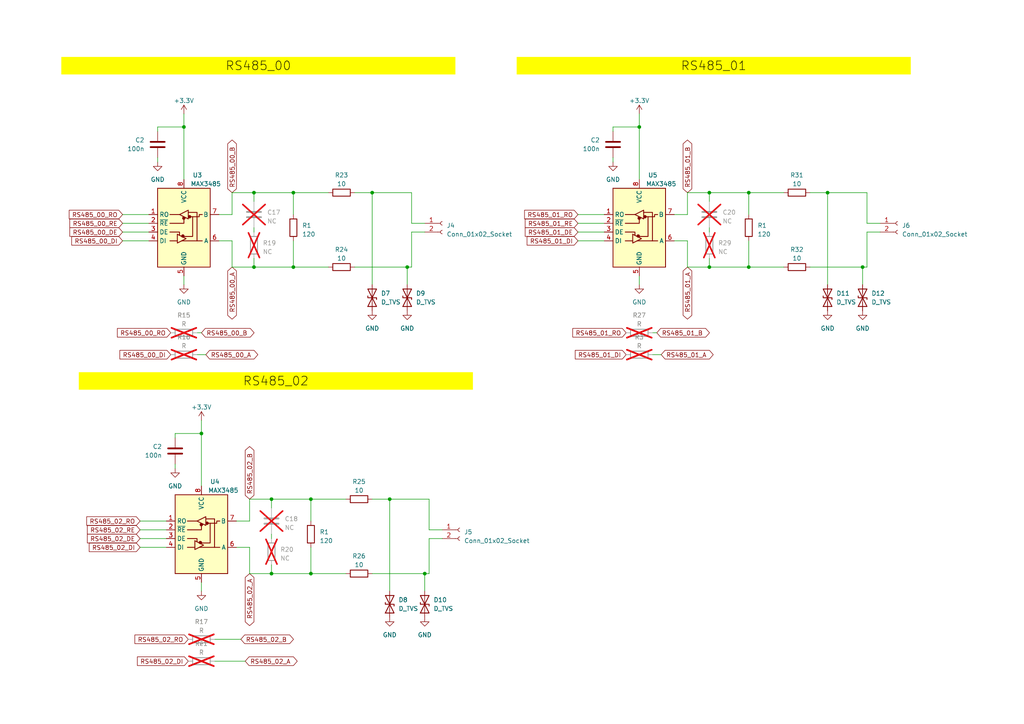
<source format=kicad_sch>
(kicad_sch (version 20231120) (generator "eeschema") (generator_version "8.0")
  (paper "A4")
  (lib_symbols
    (symbol "Connector:Conn_01x02_Socket" (pin_names (offset 1.016) hide)
      (property "Reference" "J" (at 0 2.54 0))
      (property "Value" "Conn_01x02_Socket" (at 0 -5.08 0))
      (symbol "Conn_01x02_Socket_1_1"
        (arc (start 0 -2.032) (mid -0.5058 -2.54) (end 0 -3.048) (stroke (width 0.1524)))
        (polyline (pts (xy -1.27 -2.54) (xy -0.508 -2.54)) (stroke (width 0.1524)))
        (polyline (pts (xy -1.27 0) (xy -0.508 0)) (stroke (width 0.1524)))
        (arc (start 0 0.508) (mid -0.5058 0) (end 0 -0.508) (stroke (width 0.1524)))
        (pin passive line (at -5.08 0 0) (length 3.81) (name "Pin_1") (number "1"))
        (pin passive line (at -5.08 -2.54 0) (length 3.81) (name "Pin_2") (number "2"))
      )
    )
    (symbol "Device:C" (pin_numbers hide) (pin_names (offset 0.254))
      (property "Reference" "C" (at 0.635 2.54 0))
      (property "Value" "C" (at 0.635 -2.54 0))
      (symbol "C_0_1"
        (polyline (pts (xy -2.032 -0.762) (xy 2.032 -0.762)) (stroke (width 0.508)))
        (polyline (pts (xy -2.032 0.762) (xy 2.032 0.762)) (stroke (width 0.508)))
      )
      (symbol "C_1_1"
        (pin passive line (at 0 3.81 270) (length 2.794) (name "~") (number "1"))
        (pin passive line (at 0 -3.81 90) (length 2.794) (name "~") (number "2"))
      )
    )
    (symbol "Device:D_TVS" (pin_numbers hide) (pin_names (offset 1.016) hide)
      (property "Reference" "D" (at 0 2.54 0))
      (property "Value" "D_TVS" (at 0 -2.54 0))
      (symbol "D_TVS_0_1"
        (polyline (pts (xy 1.27 0) (xy -1.27 0)))
        (polyline (pts (xy 0.508 1.27) (xy 0 1.27) (xy 0 -1.27) (xy -0.508 -1.27)) (stroke (width 0.254)))
        (polyline (pts (xy -2.54 1.27) (xy -2.54 -1.27) (xy 2.54 1.27) (xy 2.54 -1.27) (xy -2.54 1.27)) (stroke (width 0.254)))
      )
      (symbol "D_TVS_1_1"
        (pin passive line (at -3.81 0 0) (length 2.54) (name "A1") (number "1"))
        (pin passive line (at 3.81 0 180) (length 2.54) (name "A2") (number "2"))
      )
    )
    (symbol "Device:R" (pin_numbers hide) (pin_names (offset 0))
      (property "Reference" "R" (at 2.032 0 90))
      (property "Value" "R" (at 0 0 90))
      (symbol "R_0_1"
        (rectangle (start -1.016 -2.54) (end 1.016 2.54) (stroke (width 0.254)))
      )
      (symbol "R_1_1"
        (pin passive line (at 0 3.81 270) (length 1.27) (name "~") (number "1"))
        (pin passive line (at 0 -3.81 90) (length 1.27) (name "~") (number "2"))
      )
    )
    (symbol "Interface_UART:MAX3485"
      (property "Reference" "U" (at -6.096 11.43 0))
      (property "Value" "MAX3485" (at 0.762 11.43 0))
      (symbol "MAX3485_0_1"
        (rectangle (start -7.62 10.16) (end 7.62 -12.7) (stroke (width 0.254)) (fill (type background)))
        (circle (center -0.3048 -3.683) (radius 0.3556) (stroke (width 0.254)) (fill (type outline)))
        (circle (center -0.0254 1.4986) (radius 0.3556) (stroke (width 0.254)) (fill (type outline)))
        (polyline (pts (xy -4.064 -5.08) (xy -1.905 -5.08)) (stroke (width 0.254)))
        (polyline (pts (xy -4.064 2.54) (xy -1.27 2.54)) (stroke (width 0.254)))
        (polyline (pts (xy -1.27 -3.2004) (xy -1.27 -3.4544)) (stroke (width 0.254)))
        (polyline (pts (xy -0.635 -5.08) (xy 5.334 -5.08)) (stroke (width 0.254)))
        (polyline (pts (xy -4.064 -2.54) (xy -1.27 -2.54) (xy -1.27 -3.175)) (stroke (width 0.254)))
        (polyline (pts (xy 0 1.27) (xy 0 0) (xy -4.064 0)) (stroke (width 0.254)))
        (polyline (pts (xy 1.27 3.175) (xy 3.81 3.175) (xy 3.81 -5.08)) (stroke (width 0.254)))
        (polyline (pts (xy 2.54 1.905) (xy 2.54 -3.81) (xy 0 -3.81)) (stroke (width 0.254)))
        (polyline (pts (xy -1.905 -3.175) (xy -1.905 -5.715) (xy 0.635 -4.445) (xy -1.905 -3.175)) (stroke (width 0.254)))
        (polyline (pts (xy -1.27 2.54) (xy 1.27 3.81) (xy 1.27 1.27) (xy -1.27 2.54)) (stroke (width 0.254)))
        (polyline (pts (xy 1.905 1.905) (xy 4.445 1.905) (xy 4.445 2.54) (xy 5.334 2.54)) (stroke (width 0.254)))
        (rectangle (start 1.27 3.175) (end 1.27 3.175))
        (circle (center 1.651 1.905) (radius 0.3556) (stroke (width 0.254)) (fill (type outline)))
      )
      (symbol "MAX3485_1_1"
        (pin output line (at -10.16 2.54 0) (length 2.54) (name "RO") (number "1"))
        (pin input line (at -10.16 0 0) (length 2.54) (name "~{RE}") (number "2"))
        (pin input line (at -10.16 -2.54 0) (length 2.54) (name "DE") (number "3"))
        (pin input line (at -10.16 -5.08 0) (length 2.54) (name "DI") (number "4"))
        (pin power_in line (at 0 -15.24 90) (length 2.54) (name "GND") (number "5"))
        (pin bidirectional line (at 10.16 -5.08 180) (length 2.54) (name "A") (number "6"))
        (pin bidirectional line (at 10.16 2.54 180) (length 2.54) (name "B") (number "7"))
        (pin power_in line (at 0 12.7 270) (length 2.54) (name "VCC") (number "8"))
      )
    )
    (symbol "power:+3.3V" (power) (pin_names (offset 0))
      (property "Value" "+3.3V" (at 0 3.556 0))
      (symbol "+3.3V_0_1"
        (polyline (pts (xy -0.762 1.27) (xy 0 2.54)))
        (polyline (pts (xy 0 0) (xy 0 2.54)))
        (polyline (pts (xy 0 2.54) (xy 0.762 1.27)))
      )
      (symbol "+3.3V_1_1"
        (pin power_in line (at 0 0 90) (length 0) hide (name "+3.3V") (number "1"))
      )
    )
    (symbol "power:GND" (power) (pin_names (offset 0))
      (property "Value" "GND" (at 0 -3.81 0))
      (symbol "GND_0_1"
        (polyline (pts (xy 0 0) (xy 0 -1.27) (xy 1.27 -1.27) (xy 0 -2.54) (xy -1.27 -1.27) (xy 0 -1.27)))
      )
      (symbol "GND_1_1"
        (pin power_in line (at 0 0 270) (length 0) hide (name "GND") (number "1"))
      )
    )
  )
  (junction (at 185.42 36.83))
  (junction (at 85.09 55.88))
  (junction (at 217.17 55.88))
  (junction (at 113.03 144.78))
  (junction (at 205.74 77.47))
  (junction (at 90.17 144.78))
  (junction (at 205.74 55.88))
  (junction (at 90.17 166.37))
  (junction (at 250.19 77.47))
  (junction (at 58.42 125.73))
  (junction (at 240.03 55.88))
  (junction (at 217.17 77.47))
  (junction (at 73.66 55.88))
  (junction (at 85.09 77.47))
  (junction (at 107.95 55.88))
  (junction (at 78.74 144.78))
  (junction (at 53.34 36.83))
  (junction (at 78.74 166.37))
  (junction (at 123.19 166.37))
  (junction (at 73.66 77.47))
  (junction (at 118.11 77.47))
  (wire (pts (xy 190.5 96.52) (xy 189.23 96.52)))
  (wire (pts (xy 62.23 191.77) (xy 71.12 191.77)))
  (wire (pts (xy 58.42 125.73) (xy 50.8 125.73)))
  (wire (pts (xy 217.17 77.47) (xy 227.33 77.47)))
  (wire (pts (xy 251.46 77.47) (xy 250.19 77.47)))
  (wire (pts (xy 119.38 77.47) (xy 118.11 77.47)))
  (wire (pts (xy 35.56 64.77) (xy 43.18 64.77)))
  (wire (pts (xy 124.46 156.21) (xy 124.46 166.37)))
  (wire (pts (xy 73.66 74.93) (xy 73.66 77.47)))
  (wire (pts (xy 58.42 168.91) (xy 58.42 171.45)))
  (wire (pts (xy 185.42 36.83) (xy 185.42 52.07)))
  (wire (pts (xy 72.39 151.13) (xy 72.39 144.78)))
  (wire (pts (xy 217.17 55.88) (xy 227.33 55.88)))
  (wire (pts (xy 68.58 158.75) (xy 72.39 158.75)))
  (wire (pts (xy 167.64 62.23) (xy 175.26 62.23)))
  (wire (pts (xy 195.58 62.23) (xy 199.39 62.23)))
  (wire (pts (xy 58.42 125.73) (xy 58.42 140.97)))
  (wire (pts (xy 50.8 134.62) (xy 50.8 135.89)))
  (wire (pts (xy 40.64 151.13) (xy 48.26 151.13)))
  (wire (pts (xy 63.5 69.85) (xy 67.31 69.85)))
  (wire (pts (xy 53.34 33.02) (xy 53.34 36.83)))
  (wire (pts (xy 205.74 55.88) (xy 205.74 58.42)))
  (wire (pts (xy 62.23 185.42) (xy 69.85 185.42)))
  (wire (pts (xy 119.38 67.31) (xy 119.38 77.47)))
  (wire (pts (xy 217.17 55.88) (xy 217.17 62.23)))
  (wire (pts (xy 50.8 127) (xy 50.8 125.73)))
  (wire (pts (xy 53.34 36.83) (xy 45.72 36.83)))
  (wire (pts (xy 199.39 77.47) (xy 205.74 77.47)))
  (wire (pts (xy 53.34 80.01) (xy 53.34 82.55)))
  (wire (pts (xy 118.11 77.47) (xy 118.11 82.55)))
  (wire (pts (xy 177.8 38.1) (xy 177.8 36.83)))
  (wire (pts (xy 177.8 45.72) (xy 177.8 46.99)))
  (wire (pts (xy 58.42 96.52) (xy 57.15 96.52)))
  (wire (pts (xy 78.74 154.94) (xy 78.74 156.21)))
  (wire (pts (xy 85.09 77.47) (xy 95.25 77.47)))
  (wire (pts (xy 123.19 166.37) (xy 107.95 166.37)))
  (wire (pts (xy 128.27 156.21) (xy 124.46 156.21)))
  (wire (pts (xy 113.03 144.78) (xy 124.46 144.78)))
  (wire (pts (xy 58.42 121.92) (xy 58.42 125.73)))
  (wire (pts (xy 78.74 144.78) (xy 78.74 147.32)))
  (wire (pts (xy 67.31 69.85) (xy 67.31 77.47)))
  (wire (pts (xy 123.19 67.31) (xy 119.38 67.31)))
  (wire (pts (xy 53.34 36.83) (xy 53.34 52.07)))
  (wire (pts (xy 78.74 166.37) (xy 90.17 166.37)))
  (wire (pts (xy 123.19 166.37) (xy 123.19 171.45)))
  (wire (pts (xy 199.39 55.88) (xy 205.74 55.88)))
  (wire (pts (xy 90.17 166.37) (xy 100.33 166.37)))
  (wire (pts (xy 123.19 64.77) (xy 119.38 64.77)))
  (wire (pts (xy 57.15 102.87) (xy 59.69 102.87)))
  (wire (pts (xy 45.72 38.1) (xy 45.72 36.83)))
  (wire (pts (xy 67.31 77.47) (xy 73.66 77.47)))
  (wire (pts (xy 240.03 55.88) (xy 251.46 55.88)))
  (wire (pts (xy 167.64 67.31) (xy 175.26 67.31)))
  (wire (pts (xy 250.19 77.47) (xy 234.95 77.47)))
  (wire (pts (xy 73.66 55.88) (xy 85.09 55.88)))
  (wire (pts (xy 205.74 77.47) (xy 217.17 77.47)))
  (wire (pts (xy 234.95 55.88) (xy 240.03 55.88)))
  (wire (pts (xy 85.09 55.88) (xy 85.09 62.23)))
  (wire (pts (xy 255.27 67.31) (xy 251.46 67.31)))
  (wire (pts (xy 124.46 153.67) (xy 124.46 144.78)))
  (wire (pts (xy 63.5 62.23) (xy 67.31 62.23)))
  (wire (pts (xy 199.39 69.85) (xy 199.39 77.47)))
  (wire (pts (xy 119.38 64.77) (xy 119.38 55.88)))
  (wire (pts (xy 68.58 151.13) (xy 72.39 151.13)))
  (wire (pts (xy 250.19 77.47) (xy 250.19 82.55)))
  (wire (pts (xy 205.74 55.88) (xy 217.17 55.88)))
  (wire (pts (xy 67.31 55.88) (xy 73.66 55.88)))
  (wire (pts (xy 251.46 67.31) (xy 251.46 77.47)))
  (wire (pts (xy 78.74 144.78) (xy 90.17 144.78)))
  (wire (pts (xy 199.39 62.23) (xy 199.39 55.88)))
  (wire (pts (xy 90.17 144.78) (xy 90.17 151.13)))
  (wire (pts (xy 217.17 69.85) (xy 217.17 77.47)))
  (wire (pts (xy 240.03 55.88) (xy 240.03 82.55)))
  (wire (pts (xy 85.09 55.88) (xy 95.25 55.88)))
  (wire (pts (xy 40.64 153.67) (xy 48.26 153.67)))
  (wire (pts (xy 72.39 158.75) (xy 72.39 166.37)))
  (wire (pts (xy 40.64 156.21) (xy 48.26 156.21)))
  (wire (pts (xy 255.27 64.77) (xy 251.46 64.77)))
  (wire (pts (xy 185.42 80.01) (xy 185.42 82.55)))
  (wire (pts (xy 35.56 67.31) (xy 43.18 67.31)))
  (wire (pts (xy 205.74 74.93) (xy 205.74 77.47)))
  (wire (pts (xy 205.74 66.04) (xy 205.74 67.31)))
  (wire (pts (xy 40.64 158.75) (xy 48.26 158.75)))
  (wire (pts (xy 35.56 62.23) (xy 43.18 62.23)))
  (wire (pts (xy 35.56 69.85) (xy 43.18 69.85)))
  (wire (pts (xy 90.17 158.75) (xy 90.17 166.37)))
  (wire (pts (xy 72.39 144.78) (xy 78.74 144.78)))
  (wire (pts (xy 85.09 69.85) (xy 85.09 77.47)))
  (wire (pts (xy 124.46 166.37) (xy 123.19 166.37)))
  (wire (pts (xy 185.42 36.83) (xy 177.8 36.83)))
  (wire (pts (xy 107.95 144.78) (xy 113.03 144.78)))
  (wire (pts (xy 118.11 77.47) (xy 102.87 77.47)))
  (wire (pts (xy 102.87 55.88) (xy 107.95 55.88)))
  (wire (pts (xy 167.64 64.77) (xy 175.26 64.77)))
  (wire (pts (xy 195.58 69.85) (xy 199.39 69.85)))
  (wire (pts (xy 128.27 153.67) (xy 124.46 153.67)))
  (wire (pts (xy 167.64 69.85) (xy 175.26 69.85)))
  (wire (pts (xy 107.95 55.88) (xy 119.38 55.88)))
  (wire (pts (xy 72.39 166.37) (xy 78.74 166.37)))
  (wire (pts (xy 107.95 55.88) (xy 107.95 82.55)))
  (wire (pts (xy 90.17 144.78) (xy 100.33 144.78)))
  (wire (pts (xy 45.72 45.72) (xy 45.72 46.99)))
  (wire (pts (xy 113.03 144.78) (xy 113.03 171.45)))
  (wire (pts (xy 251.46 64.77) (xy 251.46 55.88)))
  (wire (pts (xy 73.66 77.47) (xy 85.09 77.47)))
  (wire (pts (xy 73.66 66.04) (xy 73.66 67.31)))
  (wire (pts (xy 78.74 163.83) (xy 78.74 166.37)))
  (wire (pts (xy 73.66 55.88) (xy 73.66 58.42)))
  (wire (pts (xy 189.23 102.87) (xy 191.77 102.87)))
  (wire (pts (xy 185.42 33.02) (xy 185.42 36.83)))
  (wire (pts (xy 67.31 62.23) (xy 67.31 55.88)))
  (text_box "RS485_00" (at 17.78 16.51 0) (size 114.3 5.08) (stroke (width -0.0001)) (fill (type color) (color 255 255 0 1)) (effects (font (size 2.54 2.54))))
  (text_box "RS485_02\n" (at 22.86 107.95 0) (size 114.3 5.08) (stroke (width -0.0001)) (fill (type color) (color 255 255 0 1)) (effects (font (size 2.54 2.54))))
  (text_box "RS485_01\n" (at 149.86 16.51 0) (size 114.3 5.08) (stroke (width -0.0001)) (fill (type color) (color 255 255 0 1)) (effects (font (size 2.54 2.54))))
  (global_label "RS485_00_RO" (shape input) (at 35.56 62.23 180) (property "Intersheetrefs" "${INTERSHEET_REFS}" (effects (hide yes))))
  (global_label "RS485_02_RE" (shape input) (at 40.64 153.67 180) (property "Intersheetrefs" "${INTERSHEET_REFS}" (effects (hide yes))))
  (global_label "RS485_02_A" (shape bidirectional) (at 72.39 166.37 270) (property "Intersheetrefs" "${INTERSHEET_REFS}" (effects (hide yes))))
  (global_label "RS485_02_B" (shape bidirectional) (at 72.39 144.78 90) (property "Intersheetrefs" "${INTERSHEET_REFS}" (effects (hide yes))))
  (global_label "RS485_02_B" (shape bidirectional) (at 69.85 185.42 0) (property "Intersheetrefs" "${INTERSHEET_REFS}" (effects (hide yes))))
  (global_label "RS485_02_RO" (shape input) (at 40.64 151.13 180) (property "Intersheetrefs" "${INTERSHEET_REFS}" (effects (hide yes))))
  (global_label "RS485_00_RO" (shape input) (at 49.53 96.52 180) (property "Intersheetrefs" "${INTERSHEET_REFS}" (effects (hide yes))))
  (global_label "RS485_00_RE" (shape input) (at 35.56 64.77 180) (property "Intersheetrefs" "${INTERSHEET_REFS}" (effects (hide yes))))
  (global_label "RS485_01_A" (shape bidirectional) (at 199.39 77.47 270) (property "Intersheetrefs" "${INTERSHEET_REFS}" (effects (hide yes))))
  (global_label "RS485_01_B" (shape bidirectional) (at 190.5 96.52 0) (property "Intersheetrefs" "${INTERSHEET_REFS}" (effects (hide yes))))
  (global_label "RS485_00_DE" (shape input) (at 35.56 67.31 180) (property "Intersheetrefs" "${INTERSHEET_REFS}" (effects (hide yes))))
  (global_label "RS485_02_DI" (shape input) (at 54.61 191.77 180) (property "Intersheetrefs" "${INTERSHEET_REFS}" (effects (hide yes))))
  (global_label "RS485_00_DI" (shape input) (at 49.53 102.87 180) (property "Intersheetrefs" "${INTERSHEET_REFS}" (effects (hide yes))))
  (global_label "RS485_01_DI" (shape input) (at 167.64 69.85 180) (property "Intersheetrefs" "${INTERSHEET_REFS}" (effects (hide yes))))
  (global_label "RS485_02_DI" (shape input) (at 40.64 158.75 180) (property "Intersheetrefs" "${INTERSHEET_REFS}" (effects (hide yes))))
  (global_label "RS485_02_RO" (shape input) (at 54.61 185.42 180) (property "Intersheetrefs" "${INTERSHEET_REFS}" (effects (hide yes))))
  (global_label "RS485_02_DE" (shape input) (at 40.64 156.21 180) (property "Intersheetrefs" "${INTERSHEET_REFS}" (effects (hide yes))))
  (global_label "RS485_01_RE" (shape input) (at 167.64 64.77 180) (property "Intersheetrefs" "${INTERSHEET_REFS}" (effects (hide yes))))
  (global_label "RS485_01_RO" (shape input) (at 181.61 96.52 180) (property "Intersheetrefs" "${INTERSHEET_REFS}" (effects (hide yes))))
  (global_label "RS485_00_DI" (shape input) (at 35.56 69.85 180) (property "Intersheetrefs" "${INTERSHEET_REFS}" (effects (hide yes))))
  (global_label "RS485_01_DI" (shape input) (at 181.61 102.87 180) (property "Intersheetrefs" "${INTERSHEET_REFS}" (effects (hide yes))))
  (global_label "RS485_00_B" (shape bidirectional) (at 67.31 55.88 90) (property "Intersheetrefs" "${INTERSHEET_REFS}" (effects (hide yes))))
  (global_label "RS485_01_A" (shape bidirectional) (at 191.77 102.87 0) (property "Intersheetrefs" "${INTERSHEET_REFS}" (effects (hide yes))))
  (global_label "RS485_00_B" (shape bidirectional) (at 58.42 96.52 0) (property "Intersheetrefs" "${INTERSHEET_REFS}" (effects (hide yes))))
  (global_label "RS485_00_A" (shape bidirectional) (at 59.69 102.87 0) (property "Intersheetrefs" "${INTERSHEET_REFS}" (effects (hide yes))))
  (global_label "RS485_00_A" (shape bidirectional) (at 67.31 77.47 270) (property "Intersheetrefs" "${INTERSHEET_REFS}" (effects (hide yes))))
  (global_label "RS485_01_B" (shape bidirectional) (at 199.39 55.88 90) (property "Intersheetrefs" "${INTERSHEET_REFS}" (effects (hide yes))))
  (global_label "RS485_01_DE" (shape input) (at 167.64 67.31 180) (property "Intersheetrefs" "${INTERSHEET_REFS}" (effects (hide yes))))
  (global_label "RS485_01_RO" (shape input) (at 167.64 62.23 180) (property "Intersheetrefs" "${INTERSHEET_REFS}" (effects (hide yes))))
  (global_label "RS485_02_A" (shape bidirectional) (at 71.12 191.77 0) (property "Intersheetrefs" "${INTERSHEET_REFS}" (effects (hide yes))))
  (symbol (lib_id "power:+3.3V") (at 58.42 121.92 0) (unit 1)
    (property "Reference" "#PWR039" (effects (hide yes)))
    (property "Value" "+3.3V" (at 58.42 118.11 0))
    (instances (project "WCH-ETH-LOW" (path "" (reference "#PWR039") (unit 1))) (project "WCH-ETH" (path "" (reference "#PWR0154") (unit 1))))
  )
  (symbol (lib_id "Device:C") (at 177.8 41.91 0) (mirror y) (unit 1)
    (property "Reference" "C2" (at 173.99 40.6399 0) (effects (justify left)))
    (property "Value" "100n" (at 173.99 43.1799 0) (effects (justify left)))
    (property "Footprint" "Capacitor_SMD:C_0402_1005Metric" (effects (hide yes)))
    (instances (project "StripController" (path "" (reference "C2") (unit 1))) (project "Controller_Window" (path "" (reference "C2") (unit 1))) (project "WCH-ETH-LOW" (path "" (reference "C19") (unit 1))) (project "WCH-ETH" (path "" (reference "C47") (unit 1))))
  )
  (symbol (lib_id "Device:C") (at 205.74 62.23 0) (unit 1) (dnp yes)
    (property "Reference" "C20" (at 209.55 61.595 0) (effects (justify left)))
    (property "Value" "NC" (at 209.55 64.135 0) (effects (justify left)))
    (property "Footprint" "Capacitor_SMD:C_0402_1005Metric" (effects (hide yes)))
    (instances (project "WCH-ETH-LOW" (path "" (reference "C20") (unit 1))) (project "WCH-ETH" (path "" (reference "C48") (unit 1))))
  )
  (symbol (lib_id "Device:R") (at 185.42 102.87 90) (unit 1) (dnp yes)
    (property "Reference" "R3" (at 185.42 97.79 90))
    (property "Value" "R" (at 185.42 100.33 90))
    (property "Footprint" "Resistor_SMD:R_0402_1005Metric" (effects (hide yes)))
    (instances (project "WCH-ETH-LOW" (path "" (reference "R3") (unit 1))) (project "WCH-ETH" (path "" (reference "R68") (unit 1))))
  )
  (symbol (lib_id "power:GND") (at 177.8 46.99 0) (mirror y) (unit 1)
    (property "Reference" "#PWR011" (effects (hide yes)))
    (property "Value" "GND" (at 177.8 52.07 0))
    (instances (project "StripController" (path "" (reference "#PWR011") (unit 1))) (project "Controller_Window" (path "" (reference "#PWR0101") (unit 1))) (project "WCH-ETH-LOW" (path "" (reference "#PWR045") (unit 1))) (project "WCH-ETH" (path "" (reference "#PWR0140") (unit 1))))
  )
  (symbol (lib_id "Device:R") (at 205.74 71.12 180) (unit 1) (dnp yes)
    (property "Reference" "R29" (at 208.28 70.485 0) (effects (justify right)))
    (property "Value" "NC" (at 208.28 73.025 0) (effects (justify right)))
    (property "Footprint" "Resistor_SMD:R_0402_1005Metric" (effects (hide yes)))
    (instances (project "WCH-ETH-LOW" (path "" (reference "R29") (unit 1))) (project "WCH-ETH" (path "" (reference "R69") (unit 1))))
  )
  (symbol (lib_id "power:+3.3V") (at 53.34 33.02 0) (unit 1)
    (property "Reference" "#PWR037" (effects (hide yes)))
    (property "Value" "+3.3V" (at 53.34 29.21 0))
    (instances (project "WCH-ETH-LOW" (path "" (reference "#PWR037") (unit 1))) (project "WCH-ETH" (path "" (reference "#PWR0116") (unit 1))))
  )
  (symbol (lib_id "Device:R") (at 85.09 66.04 0) (mirror y) (unit 1)
    (property "Reference" "R1" (at 87.63 65.405 0) (effects (justify right)))
    (property "Value" "120" (at 87.63 67.945 0) (effects (justify right)))
    (property "Footprint" "Capacitor_SMD:C_0402_1005Metric" (effects (hide yes)))
    (instances (project "StripController" (path "" (reference "R1") (unit 1))) (project "Controller_Window" (path "" (reference "R1") (unit 1))) (project "WCH-ETH-LOW" (path "" (reference "R21") (unit 1))) (project "WCH-ETH" (path "" (reference "R53") (unit 1))))
  )
  (symbol (lib_id "Device:R") (at 104.14 144.78 90) (unit 1)
    (property "Reference" "R25" (at 104.14 139.7 90))
    (property "Value" "10" (at 104.14 142.24 90))
    (property "Footprint" "Resistor_SMD:R_1206_3216Metric" (effects (hide yes)))
    (instances (project "WCH-ETH-LOW" (path "" (reference "R25") (unit 1))) (project "WCH-ETH" (path "" (reference "R79") (unit 1))))
  )
  (symbol (lib_id "Device:C") (at 45.72 41.91 0) (mirror y) (unit 1)
    (property "Reference" "C2" (at 41.91 40.6399 0) (effects (justify left)))
    (property "Value" "100n" (at 41.91 43.1799 0) (effects (justify left)))
    (property "Footprint" "Capacitor_SMD:C_0402_1005Metric" (effects (hide yes)))
    (instances (project "StripController" (path "" (reference "C2") (unit 1))) (project "Controller_Window" (path "" (reference "C2") (unit 1))) (project "WCH-ETH-LOW" (path "" (reference "C15") (unit 1))) (project "WCH-ETH" (path "" (reference "C42") (unit 1))))
  )
  (symbol (lib_id "Interface_UART:MAX3485") (at 53.34 64.77 0) (unit 1)
    (property "Reference" "U3" (at 55.88 50.8 0) (effects (justify left)))
    (property "Value" "MAX3485" (at 55.2959 53.34 0) (effects (justify left)))
    (property "Footprint" "Package_SO:SOIC-8_3.9x4.9mm_P1.27mm" (effects (hide yes)))
    (property "Datasheet" "https://datasheets.maximintegrated.com/en/ds/MAX3483-MAX3491.pdf" (effects (hide yes)))
    (instances (project "WCH-ETH-LOW" (path "" (reference "U3") (unit 1))) (project "WCH-ETH" (path "" (reference "U7") (unit 1))))
  )
  (symbol (lib_id "power:GND") (at 107.95 90.17 0) (unit 1)
    (property "Reference" "#PWR041" (effects (hide yes)))
    (property "Value" "GND" (at 107.95 95.25 0))
    (instances (project "WCH-ETH-LOW" (path "" (reference "#PWR041") (unit 1))) (project "CanGateway" (path "" (reference "#PWR?") (unit 1))) (project "WCH-ETH" (path "" (reference "#PWR0107") (unit 1)) (path "" (reference "#PWR0119") (unit 1))))
  )
  (symbol (lib_id "Device:R") (at 73.66 71.12 180) (unit 1) (dnp yes)
    (property "Reference" "R19" (at 76.2 70.485 0) (effects (justify right)))
    (property "Value" "NC" (at 76.2 73.025 0) (effects (justify right)))
    (property "Footprint" "Resistor_SMD:R_0402_1005Metric" (effects (hide yes)))
    (instances (project "WCH-ETH-LOW" (path "" (reference "R19") (unit 1))) (project "WCH-ETH" (path "" (reference "R56") (unit 1))))
  )
  (symbol (lib_id "power:GND") (at 240.03 90.17 0) (unit 1)
    (property "Reference" "#PWR048" (effects (hide yes)))
    (property "Value" "GND" (at 240.03 95.25 0))
    (instances (project "WCH-ETH-LOW" (path "" (reference "#PWR048") (unit 1))) (project "CanGateway" (path "" (reference "#PWR?") (unit 1))) (project "WCH-ETH" (path "" (reference "#PWR0107") (unit 1)) (path "" (reference "#PWR0145") (unit 1))))
  )
  (symbol (lib_id "Device:D_TVS") (at 250.19 86.36 90) (unit 1)
    (property "Reference" "D12" (at 252.73 85.0899 90) (effects (justify right)))
    (property "Value" "D_TVS" (at 252.73 87.6299 90) (effects (justify right)))
    (property "Footprint" "Diode_SMD:D_0402_1005Metric" (effects (hide yes)))
    (instances (project "WCH-ETH-LOW" (path "" (reference "D12") (unit 1))) (project "CanGateway" (path "" (reference "D?") (unit 1))) (project "WCH-ETH" (path "" (reference "D20") (unit 1)) (path "" (reference "D31") (unit 1))))
  )
  (symbol (lib_id "Device:D_TVS") (at 118.11 86.36 90) (unit 1)
    (property "Reference" "D9" (at 120.65 85.0899 90) (effects (justify right)))
    (property "Value" "D_TVS" (at 120.65 87.6299 90) (effects (justify right)))
    (property "Footprint" "Diode_SMD:D_0402_1005Metric" (effects (hide yes)))
    (instances (project "WCH-ETH-LOW" (path "" (reference "D9") (unit 1))) (project "CanGateway" (path "" (reference "D?") (unit 1))) (project "WCH-ETH" (path "" (reference "D20") (unit 1)) (path "" (reference "D22") (unit 1))))
  )
  (symbol (lib_id "Device:R") (at 104.14 166.37 90) (unit 1)
    (property "Reference" "R26" (at 104.14 161.29 90))
    (property "Value" "10" (at 104.14 163.83 90))
    (property "Footprint" "Resistor_SMD:R_1206_3216Metric" (effects (hide yes)))
    (instances (project "WCH-ETH-LOW" (path "" (reference "R26") (unit 1))) (project "WCH-ETH" (path "" (reference "R80") (unit 1))))
  )
  (symbol (lib_id "Device:R") (at 231.14 77.47 90) (unit 1)
    (property "Reference" "R32" (at 231.14 72.39 90))
    (property "Value" "10" (at 231.14 74.93 90))
    (property "Footprint" "Resistor_SMD:R_1206_3216Metric" (effects (hide yes)))
    (instances (project "WCH-ETH-LOW" (path "" (reference "R32") (unit 1))) (project "WCH-ETH" (path "" (reference "R72") (unit 1))))
  )
  (symbol (lib_id "Device:R") (at 78.74 160.02 180) (unit 1) (dnp yes)
    (property "Reference" "R20" (at 81.28 159.385 0) (effects (justify right)))
    (property "Value" "NC" (at 81.28 161.925 0) (effects (justify right)))
    (property "Footprint" "Resistor_SMD:R_0402_1005Metric" (effects (hide yes)))
    (instances (project "WCH-ETH-LOW" (path "" (reference "R20") (unit 1))) (project "WCH-ETH" (path "" (reference "R77") (unit 1))))
  )
  (symbol (lib_id "Device:R") (at 99.06 77.47 90) (unit 1)
    (property "Reference" "R24" (at 99.06 72.39 90))
    (property "Value" "10" (at 99.06 74.93 90))
    (property "Footprint" "Resistor_SMD:R_1206_3216Metric" (effects (hide yes)))
    (instances (project "WCH-ETH-LOW" (path "" (reference "R24") (unit 1))) (project "WCH-ETH" (path "" (reference "R55") (unit 1))))
  )
  (symbol (lib_id "Connector:Conn_01x02_Socket") (at 133.35 153.67 0) (unit 1)
    (property "Reference" "J5" (at 134.62 154.305 0) (effects (justify left)))
    (property "Value" "Conn_01x02_Socket" (at 134.62 156.845 0) (effects (justify left)))
    (property "Footprint" "Connector_JST:JST_PH_B2B-PH-SM4-TB_1x02-1MP_P2.00mm_Vertical" (effects (hide yes)))
    (instances (project "WCH-ETH-LOW" (path "" (reference "J5") (unit 1))) (project "WCH-ETH" (path "" (reference "J17") (unit 1))))
  )
  (symbol (lib_id "Device:D_TVS") (at 123.19 175.26 90) (unit 1)
    (property "Reference" "D10" (at 125.73 173.9899 90) (effects (justify right)))
    (property "Value" "D_TVS" (at 125.73 176.5299 90) (effects (justify right)))
    (property "Footprint" "Diode_SMD:D_0402_1005Metric" (effects (hide yes)))
    (instances (project "WCH-ETH-LOW" (path "" (reference "D10") (unit 1))) (project "CanGateway" (path "" (reference "D?") (unit 1))) (project "WCH-ETH" (path "" (reference "D20") (unit 1)) (path "" (reference "D40") (unit 1))))
  )
  (symbol (lib_id "Device:R") (at 58.42 191.77 90) (unit 1) (dnp yes)
    (property "Reference" "Rê1" (at 58.42 186.69 90))
    (property "Value" "R" (at 58.42 189.23 90))
    (property "Footprint" "Resistor_SMD:R_0402_1005Metric" (effects (hide yes)))
    (instances (project "WCH-ETH-LOW" (path "" (reference "Rê1") (unit 1))) (project "WCH-ETH" (path "" (reference "R76") (unit 1))))
  )
  (symbol (lib_id "Device:C") (at 50.8 130.81 0) (mirror y) (unit 1)
    (property "Reference" "C2" (at 46.99 129.5399 0) (effects (justify left)))
    (property "Value" "100n" (at 46.99 132.0799 0) (effects (justify left)))
    (property "Footprint" "Capacitor_SMD:C_0402_1005Metric" (effects (hide yes)))
    (instances (project "StripController" (path "" (reference "C2") (unit 1))) (project "Controller_Window" (path "" (reference "C2") (unit 1))) (project "WCH-ETH-LOW" (path "" (reference "C16") (unit 1))) (project "WCH-ETH" (path "" (reference "C50") (unit 1))))
  )
  (symbol (lib_id "Device:C") (at 73.66 62.23 0) (unit 1) (dnp yes)
    (property "Reference" "C17" (at 77.47 61.595 0) (effects (justify left)))
    (property "Value" "NC" (at 77.47 64.135 0) (effects (justify left)))
    (property "Footprint" "Capacitor_SMD:C_0402_1005Metric" (effects (hide yes)))
    (instances (project "WCH-ETH-LOW" (path "" (reference "C17") (unit 1))) (project "WCH-ETH" (path "" (reference "C43") (unit 1))))
  )
  (symbol (lib_id "Device:D_TVS") (at 113.03 175.26 90) (unit 1)
    (property "Reference" "D8" (at 115.57 173.9899 90) (effects (justify right)))
    (property "Value" "D_TVS" (at 115.57 176.5299 90) (effects (justify right)))
    (property "Footprint" "Diode_SMD:D_0402_1005Metric" (effects (hide yes)))
    (instances (project "WCH-ETH-LOW" (path "" (reference "D8") (unit 1))) (project "CanGateway" (path "" (reference "D?") (unit 1))) (project "WCH-ETH" (path "" (reference "D20") (unit 1)) (path "" (reference "D33") (unit 1))))
  )
  (symbol (lib_id "Device:R") (at 53.34 102.87 90) (unit 1) (dnp yes)
    (property "Reference" "R16" (at 53.34 97.79 90))
    (property "Value" "R" (at 53.34 100.33 90))
    (property "Footprint" "Resistor_SMD:R_0402_1005Metric" (effects (hide yes)))
    (instances (project "WCH-ETH-LOW" (path "" (reference "R16") (unit 1))) (project "WCH-ETH" (path "" (reference "R65") (unit 1))))
  )
  (symbol (lib_id "Connector:Conn_01x02_Socket") (at 260.35 64.77 0) (unit 1)
    (property "Reference" "J6" (at 261.62 65.405 0) (effects (justify left)))
    (property "Value" "Conn_01x02_Socket" (at 261.62 67.945 0) (effects (justify left)))
    (property "Footprint" "Connector_JST:JST_PH_B2B-PH-SM4-TB_1x02-1MP_P2.00mm_Vertical" (effects (hide yes)))
    (instances (project "WCH-ETH-LOW" (path "" (reference "J6") (unit 1))) (project "WCH-ETH" (path "" (reference "J16") (unit 1))))
  )
  (symbol (lib_id "Device:R") (at 99.06 55.88 90) (unit 1)
    (property "Reference" "R23" (at 99.06 50.8 90))
    (property "Value" "10" (at 99.06 53.34 90))
    (property "Footprint" "Resistor_SMD:R_1206_3216Metric" (effects (hide yes)))
    (instances (project "WCH-ETH-LOW" (path "" (reference "R23") (unit 1))) (project "WCH-ETH" (path "" (reference "R54") (unit 1))))
  )
  (symbol (lib_id "Device:R") (at 90.17 154.94 0) (mirror y) (unit 1)
    (property "Reference" "R1" (at 92.71 154.305 0) (effects (justify right)))
    (property "Value" "120" (at 92.71 156.845 0) (effects (justify right)))
    (property "Footprint" "Capacitor_SMD:C_0402_1005Metric" (effects (hide yes)))
    (instances (project "StripController" (path "" (reference "R1") (unit 1))) (project "Controller_Window" (path "" (reference "R1") (unit 1))) (project "WCH-ETH-LOW" (path "" (reference "R22") (unit 1))) (project "WCH-ETH" (path "" (reference "R78") (unit 1))))
  )
  (symbol (lib_id "Device:R") (at 217.17 66.04 0) (mirror y) (unit 1)
    (property "Reference" "R1" (at 219.71 65.405 0) (effects (justify right)))
    (property "Value" "120" (at 219.71 67.945 0) (effects (justify right)))
    (property "Footprint" "Capacitor_SMD:C_0402_1005Metric" (effects (hide yes)))
    (instances (project "StripController" (path "" (reference "R1") (unit 1))) (project "Controller_Window" (path "" (reference "R1") (unit 1))) (project "WCH-ETH-LOW" (path "" (reference "R30") (unit 1))) (project "WCH-ETH" (path "" (reference "R70") (unit 1))))
  )
  (symbol (lib_id "Connector:Conn_01x02_Socket") (at 128.27 64.77 0) (unit 1)
    (property "Reference" "J4" (at 129.54 65.405 0) (effects (justify left)))
    (property "Value" "Conn_01x02_Socket" (at 129.54 67.945 0) (effects (justify left)))
    (property "Footprint" "Connector_JST:JST_PH_B2B-PH-SM4-TB_1x02-1MP_P2.00mm_Vertical" (effects (hide yes)))
    (instances (project "WCH-ETH-LOW" (path "" (reference "J4") (unit 1))) (project "WCH-ETH" (path "" (reference "J13") (unit 1))))
  )
  (symbol (lib_id "power:GND") (at 53.34 82.55 0) (mirror y) (unit 1)
    (property "Reference" "#PWR010" (effects (hide yes)))
    (property "Value" "GND" (at 53.34 87.63 0))
    (instances (project "StripController" (path "" (reference "#PWR010") (unit 1))) (project "Controller_Window" (path "" (reference "#PWR0110") (unit 1))) (project "WCH-ETH-LOW" (path "" (reference "#PWR038") (unit 1))) (project "WCH-ETH" (path "" (reference "#PWR0120") (unit 1))))
  )
  (symbol (lib_id "Device:R") (at 231.14 55.88 90) (unit 1)
    (property "Reference" "R31" (at 231.14 50.8 90))
    (property "Value" "10" (at 231.14 53.34 90))
    (property "Footprint" "Resistor_SMD:R_1206_3216Metric" (effects (hide yes)))
    (instances (project "WCH-ETH-LOW" (path "" (reference "R31") (unit 1))) (project "WCH-ETH" (path "" (reference "R71") (unit 1))))
  )
  (symbol (lib_id "power:GND") (at 250.19 90.17 0) (unit 1)
    (property "Reference" "#PWR049" (effects (hide yes)))
    (property "Value" "GND" (at 250.19 95.25 0))
    (instances (project "WCH-ETH-LOW" (path "" (reference "#PWR049") (unit 1))) (project "CanGateway" (path "" (reference "#PWR?") (unit 1))) (project "WCH-ETH" (path "" (reference "#PWR0107") (unit 1)) (path "" (reference "#PWR0146") (unit 1))))
  )
  (symbol (lib_id "power:GND") (at 50.8 135.89 0) (mirror y) (unit 1)
    (property "Reference" "#PWR011" (effects (hide yes)))
    (property "Value" "GND" (at 50.8 140.97 0))
    (instances (project "StripController" (path "" (reference "#PWR011") (unit 1))) (project "Controller_Window" (path "" (reference "#PWR0101") (unit 1))) (project "WCH-ETH-LOW" (path "" (reference "#PWR036") (unit 1))) (project "WCH-ETH" (path "" (reference "#PWR0151") (unit 1))))
  )
  (symbol (lib_id "Device:D_TVS") (at 107.95 86.36 90) (unit 1)
    (property "Reference" "D7" (at 110.49 85.0899 90) (effects (justify right)))
    (property "Value" "D_TVS" (at 110.49 87.6299 90) (effects (justify right)))
    (property "Footprint" "Diode_SMD:D_0402_1005Metric" (effects (hide yes)))
    (instances (project "WCH-ETH-LOW" (path "" (reference "D7") (unit 1))) (project "CanGateway" (path "" (reference "D?") (unit 1))) (project "WCH-ETH" (path "" (reference "D20") (unit 1)) (path "" (reference "D23") (unit 1))))
  )
  (symbol (lib_id "power:GND") (at 58.42 171.45 0) (mirror y) (unit 1)
    (property "Reference" "#PWR010" (effects (hide yes)))
    (property "Value" "GND" (at 58.42 176.53 0))
    (instances (project "StripController" (path "" (reference "#PWR010") (unit 1))) (project "Controller_Window" (path "" (reference "#PWR0110") (unit 1))) (project "WCH-ETH-LOW" (path "" (reference "#PWR040") (unit 1))) (project "WCH-ETH" (path "" (reference "#PWR0155") (unit 1))))
  )
  (symbol (lib_id "power:GND") (at 185.42 82.55 0) (mirror y) (unit 1)
    (property "Reference" "#PWR010" (effects (hide yes)))
    (property "Value" "GND" (at 185.42 87.63 0))
    (instances (project "StripController" (path "" (reference "#PWR010") (unit 1))) (project "Controller_Window" (path "" (reference "#PWR0110") (unit 1))) (project "WCH-ETH-LOW" (path "" (reference "#PWR047") (unit 1))) (project "WCH-ETH" (path "" (reference "#PWR0144") (unit 1))))
  )
  (symbol (lib_id "power:GND") (at 113.03 179.07 0) (unit 1)
    (property "Reference" "#PWR042" (effects (hide yes)))
    (property "Value" "GND" (at 113.03 184.15 0))
    (instances (project "WCH-ETH-LOW" (path "" (reference "#PWR042") (unit 1))) (project "CanGateway" (path "" (reference "#PWR?") (unit 1))) (project "WCH-ETH" (path "" (reference "#PWR0107") (unit 1)) (path "" (reference "#PWR0156") (unit 1))))
  )
  (symbol (lib_id "Device:R") (at 58.42 185.42 90) (unit 1) (dnp yes)
    (property "Reference" "R17" (at 58.42 180.34 90))
    (property "Value" "R" (at 58.42 182.88 90))
    (property "Footprint" "Resistor_SMD:R_0402_1005Metric" (effects (hide yes)))
    (instances (project "WCH-ETH-LOW" (path "" (reference "R17") (unit 1))) (project "WCH-ETH" (path "" (reference "R75") (unit 1))))
  )
  (symbol (lib_id "power:GND") (at 45.72 46.99 0) (mirror y) (unit 1)
    (property "Reference" "#PWR011" (effects (hide yes)))
    (property "Value" "GND" (at 45.72 52.07 0))
    (instances (project "StripController" (path "" (reference "#PWR011") (unit 1))) (project "Controller_Window" (path "" (reference "#PWR0101") (unit 1))) (project "WCH-ETH-LOW" (path "" (reference "#PWR035") (unit 1))) (project "WCH-ETH" (path "" (reference "#PWR0121") (unit 1))))
  )
  (symbol (lib_id "Device:C") (at 78.74 151.13 0) (unit 1) (dnp yes)
    (property "Reference" "C18" (at 82.55 150.495 0) (effects (justify left)))
    (property "Value" "NC" (at 82.55 153.035 0) (effects (justify left)))
    (property "Footprint" "Capacitor_SMD:C_0402_1005Metric" (effects (hide yes)))
    (instances (project "WCH-ETH-LOW" (path "" (reference "C18") (unit 1))) (project "WCH-ETH" (path "" (reference "C51") (unit 1))))
  )
  (symbol (lib_id "Device:R") (at 185.42 96.52 90) (unit 1) (dnp yes)
    (property "Reference" "R27" (at 185.42 91.44 90))
    (property "Value" "R" (at 185.42 93.98 90))
    (property "Footprint" "Resistor_SMD:R_0402_1005Metric" (effects (hide yes)))
    (instances (project "WCH-ETH-LOW" (path "" (reference "R27") (unit 1))) (project "WCH-ETH" (path "" (reference "R67") (unit 1))))
  )
  (symbol (lib_id "power:GND") (at 118.11 90.17 0) (unit 1)
    (property "Reference" "#PWR043" (effects (hide yes)))
    (property "Value" "GND" (at 118.11 95.25 0))
    (instances (project "WCH-ETH-LOW" (path "" (reference "#PWR043") (unit 1))) (project "CanGateway" (path "" (reference "#PWR?") (unit 1))) (project "WCH-ETH" (path "" (reference "#PWR0107") (unit 1)) (path "" (reference "#PWR0115") (unit 1))))
  )
  (symbol (lib_id "Device:D_TVS") (at 240.03 86.36 90) (unit 1)
    (property "Reference" "D11" (at 242.57 85.0899 90) (effects (justify right)))
    (property "Value" "D_TVS" (at 242.57 87.6299 90) (effects (justify right)))
    (property "Footprint" "Diode_SMD:D_0402_1005Metric" (effects (hide yes)))
    (instances (project "WCH-ETH-LOW" (path "" (reference "D11") (unit 1))) (project "CanGateway" (path "" (reference "D?") (unit 1))) (project "WCH-ETH" (path "" (reference "D20") (unit 1)) (path "" (reference "D30") (unit 1))))
  )
  (symbol (lib_id "Interface_UART:MAX3485") (at 185.42 64.77 0) (unit 1)
    (property "Reference" "U5" (at 187.96 50.8 0) (effects (justify left)))
    (property "Value" "MAX3485" (at 187.3759 53.34 0) (effects (justify left)))
    (property "Footprint" "Package_SO:SOIC-8_3.9x4.9mm_P1.27mm" (effects (hide yes)))
    (property "Datasheet" "https://datasheets.maximintegrated.com/en/ds/MAX3483-MAX3491.pdf" (effects (hide yes)))
    (instances (project "WCH-ETH-LOW" (path "" (reference "U5") (unit 1))) (project "WCH-ETH" (path "" (reference "U6") (unit 1))))
  )
  (symbol (lib_id "Device:R") (at 53.34 96.52 90) (unit 1) (dnp yes)
    (property "Reference" "R15" (at 53.34 91.44 90))
    (property "Value" "R" (at 53.34 93.98 90))
    (property "Footprint" "Resistor_SMD:R_0402_1005Metric" (effects (hide yes)))
    (instances (project "WCH-ETH-LOW" (path "" (reference "R15") (unit 1))) (project "WCH-ETH" (path "" (reference "R64") (unit 1))))
  )
  (symbol (lib_id "power:+3.3V") (at 185.42 33.02 0) (unit 1)
    (property "Reference" "#PWR046" (effects (hide yes)))
    (property "Value" "+3.3V" (at 185.42 29.21 0))
    (instances (project "WCH-ETH-LOW" (path "" (reference "#PWR046") (unit 1))) (project "WCH-ETH" (path "" (reference "#PWR0143") (unit 1))))
  )
  (symbol (lib_id "Interface_UART:MAX3485") (at 58.42 153.67 0) (unit 1)
    (property "Reference" "U4" (at 60.96 139.7 0) (effects (justify left)))
    (property "Value" "MAX3485" (at 60.3759 142.24 0) (effects (justify left)))
    (property "Footprint" "Package_SO:SOIC-8_3.9x4.9mm_P1.27mm" (effects (hide yes)))
    (property "Datasheet" "https://datasheets.maximintegrated.com/en/ds/MAX3483-MAX3491.pdf" (effects (hide yes)))
    (instances (project "WCH-ETH-LOW" (path "" (reference "U4") (unit 1))) (project "WCH-ETH" (path "" (reference "U8") (unit 1))))
  )
  (symbol (lib_id "power:GND") (at 123.19 179.07 0) (unit 1)
    (property "Reference" "#PWR044" (effects (hide yes)))
    (property "Value" "GND" (at 123.19 184.15 0))
    (instances (project "WCH-ETH-LOW" (path "" (reference "#PWR044") (unit 1))) (project "CanGateway" (path "" (reference "#PWR?") (unit 1))) (project "WCH-ETH" (path "" (reference "#PWR0107") (unit 1)) (path "" (reference "#PWR0157") (unit 1))))
  )
)
</source>
